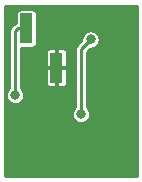
<source format=gbr>
G04 #@! TF.GenerationSoftware,KiCad,Pcbnew,(5.1.5)-3*
G04 #@! TF.CreationDate,2020-05-19T12:50:20+09:00*
G04 #@! TF.ProjectId,FMU_Power,464d555f-506f-4776-9572-2e6b69636164,rev?*
G04 #@! TF.SameCoordinates,Original*
G04 #@! TF.FileFunction,Copper,L2,Bot*
G04 #@! TF.FilePolarity,Positive*
%FSLAX46Y46*%
G04 Gerber Fmt 4.6, Leading zero omitted, Abs format (unit mm)*
G04 Created by KiCad (PCBNEW (5.1.5)-3) date 2020-05-19 12:50:20*
%MOMM*%
%LPD*%
G04 APERTURE LIST*
%ADD10R,1.000000X2.510000*%
%ADD11C,0.800000*%
%ADD12C,0.250000*%
G04 APERTURE END LIST*
D10*
X115555000Y-25470000D03*
X118095000Y-28780000D03*
D11*
X122365000Y-30635000D03*
X117385000Y-25005000D03*
X116175000Y-29055000D03*
X120985000Y-26395000D03*
X120155000Y-32735000D03*
X114605000Y-31125000D03*
D12*
X120985000Y-26395000D02*
X120155000Y-27225000D01*
X120155000Y-27225000D02*
X120155000Y-32735000D01*
X114805000Y-25470000D02*
X115555000Y-25470000D01*
X114605000Y-25670000D02*
X114805000Y-25470000D01*
X114605000Y-31125000D02*
X114605000Y-25670000D01*
G36*
X124925000Y-37975000D02*
G01*
X113725000Y-37975000D01*
X113725000Y-32658669D01*
X119380000Y-32658669D01*
X119380000Y-32811331D01*
X119409783Y-32961059D01*
X119468204Y-33102100D01*
X119553018Y-33229034D01*
X119660966Y-33336982D01*
X119787900Y-33421796D01*
X119928941Y-33480217D01*
X120078669Y-33510000D01*
X120231331Y-33510000D01*
X120381059Y-33480217D01*
X120522100Y-33421796D01*
X120649034Y-33336982D01*
X120756982Y-33229034D01*
X120841796Y-33102100D01*
X120900217Y-32961059D01*
X120930000Y-32811331D01*
X120930000Y-32658669D01*
X120900217Y-32508941D01*
X120841796Y-32367900D01*
X120756982Y-32240966D01*
X120655000Y-32138984D01*
X120655000Y-27432105D01*
X120917106Y-27170000D01*
X121061331Y-27170000D01*
X121211059Y-27140217D01*
X121352100Y-27081796D01*
X121479034Y-26996982D01*
X121586982Y-26889034D01*
X121671796Y-26762100D01*
X121730217Y-26621059D01*
X121760000Y-26471331D01*
X121760000Y-26318669D01*
X121730217Y-26168941D01*
X121671796Y-26027900D01*
X121586982Y-25900966D01*
X121479034Y-25793018D01*
X121352100Y-25708204D01*
X121211059Y-25649783D01*
X121061331Y-25620000D01*
X120908669Y-25620000D01*
X120758941Y-25649783D01*
X120617900Y-25708204D01*
X120490966Y-25793018D01*
X120383018Y-25900966D01*
X120298204Y-26027900D01*
X120239783Y-26168941D01*
X120210000Y-26318669D01*
X120210000Y-26462894D01*
X119818824Y-26854071D01*
X119799736Y-26869736D01*
X119737254Y-26945871D01*
X119690825Y-27032734D01*
X119672066Y-27094574D01*
X119662235Y-27126983D01*
X119652581Y-27225000D01*
X119655000Y-27249560D01*
X119655001Y-32138983D01*
X119553018Y-32240966D01*
X119468204Y-32367900D01*
X119409783Y-32508941D01*
X119380000Y-32658669D01*
X113725000Y-32658669D01*
X113725000Y-31048669D01*
X113830000Y-31048669D01*
X113830000Y-31201331D01*
X113859783Y-31351059D01*
X113918204Y-31492100D01*
X114003018Y-31619034D01*
X114110966Y-31726982D01*
X114237900Y-31811796D01*
X114378941Y-31870217D01*
X114528669Y-31900000D01*
X114681331Y-31900000D01*
X114831059Y-31870217D01*
X114972100Y-31811796D01*
X115099034Y-31726982D01*
X115206982Y-31619034D01*
X115291796Y-31492100D01*
X115350217Y-31351059D01*
X115380000Y-31201331D01*
X115380000Y-31048669D01*
X115350217Y-30898941D01*
X115291796Y-30757900D01*
X115206982Y-30630966D01*
X115105000Y-30528984D01*
X115105000Y-30035000D01*
X117167944Y-30035000D01*
X117176150Y-30118314D01*
X117200452Y-30198427D01*
X117239916Y-30272260D01*
X117293026Y-30336974D01*
X117357740Y-30390084D01*
X117431573Y-30429548D01*
X117511686Y-30453850D01*
X117595000Y-30462056D01*
X117963750Y-30460000D01*
X118070000Y-30353750D01*
X118070000Y-28805000D01*
X118120000Y-28805000D01*
X118120000Y-30353750D01*
X118226250Y-30460000D01*
X118595000Y-30462056D01*
X118678314Y-30453850D01*
X118758427Y-30429548D01*
X118832260Y-30390084D01*
X118896974Y-30336974D01*
X118950084Y-30272260D01*
X118989548Y-30198427D01*
X119013850Y-30118314D01*
X119022056Y-30035000D01*
X119020000Y-28911250D01*
X118913750Y-28805000D01*
X118120000Y-28805000D01*
X118070000Y-28805000D01*
X117276250Y-28805000D01*
X117170000Y-28911250D01*
X117167944Y-30035000D01*
X115105000Y-30035000D01*
X115105000Y-27525000D01*
X117167944Y-27525000D01*
X117170000Y-28648750D01*
X117276250Y-28755000D01*
X118070000Y-28755000D01*
X118070000Y-27206250D01*
X118120000Y-27206250D01*
X118120000Y-28755000D01*
X118913750Y-28755000D01*
X119020000Y-28648750D01*
X119022056Y-27525000D01*
X119013850Y-27441686D01*
X118989548Y-27361573D01*
X118950084Y-27287740D01*
X118896974Y-27223026D01*
X118832260Y-27169916D01*
X118758427Y-27130452D01*
X118678314Y-27106150D01*
X118595000Y-27097944D01*
X118226250Y-27100000D01*
X118120000Y-27206250D01*
X118070000Y-27206250D01*
X117963750Y-27100000D01*
X117595000Y-27097944D01*
X117511686Y-27106150D01*
X117431573Y-27130452D01*
X117357740Y-27169916D01*
X117293026Y-27223026D01*
X117239916Y-27287740D01*
X117200452Y-27361573D01*
X117176150Y-27441686D01*
X117167944Y-27525000D01*
X115105000Y-27525000D01*
X115105000Y-27101814D01*
X116055000Y-27101814D01*
X116128513Y-27094574D01*
X116199200Y-27073131D01*
X116264347Y-27038309D01*
X116321448Y-26991448D01*
X116368309Y-26934347D01*
X116403131Y-26869200D01*
X116424574Y-26798513D01*
X116431814Y-26725000D01*
X116431814Y-24215000D01*
X116424574Y-24141487D01*
X116403131Y-24070800D01*
X116368309Y-24005653D01*
X116321448Y-23948552D01*
X116264347Y-23901691D01*
X116199200Y-23866869D01*
X116128513Y-23845426D01*
X116055000Y-23838186D01*
X115055000Y-23838186D01*
X114981487Y-23845426D01*
X114910800Y-23866869D01*
X114845653Y-23901691D01*
X114788552Y-23948552D01*
X114741691Y-24005653D01*
X114706869Y-24070800D01*
X114685426Y-24141487D01*
X114678186Y-24215000D01*
X114678186Y-24985970D01*
X114612733Y-25005825D01*
X114525871Y-25052254D01*
X114449736Y-25114736D01*
X114434075Y-25133819D01*
X114268819Y-25299076D01*
X114249737Y-25314736D01*
X114187255Y-25390871D01*
X114144959Y-25470000D01*
X114140826Y-25477733D01*
X114112235Y-25571983D01*
X114102581Y-25670000D01*
X114105001Y-25694570D01*
X114105000Y-30528984D01*
X114003018Y-30630966D01*
X113918204Y-30757900D01*
X113859783Y-30898941D01*
X113830000Y-31048669D01*
X113725000Y-31048669D01*
X113725000Y-23525000D01*
X124925001Y-23525000D01*
X124925000Y-37975000D01*
G37*
X124925000Y-37975000D02*
X113725000Y-37975000D01*
X113725000Y-32658669D01*
X119380000Y-32658669D01*
X119380000Y-32811331D01*
X119409783Y-32961059D01*
X119468204Y-33102100D01*
X119553018Y-33229034D01*
X119660966Y-33336982D01*
X119787900Y-33421796D01*
X119928941Y-33480217D01*
X120078669Y-33510000D01*
X120231331Y-33510000D01*
X120381059Y-33480217D01*
X120522100Y-33421796D01*
X120649034Y-33336982D01*
X120756982Y-33229034D01*
X120841796Y-33102100D01*
X120900217Y-32961059D01*
X120930000Y-32811331D01*
X120930000Y-32658669D01*
X120900217Y-32508941D01*
X120841796Y-32367900D01*
X120756982Y-32240966D01*
X120655000Y-32138984D01*
X120655000Y-27432105D01*
X120917106Y-27170000D01*
X121061331Y-27170000D01*
X121211059Y-27140217D01*
X121352100Y-27081796D01*
X121479034Y-26996982D01*
X121586982Y-26889034D01*
X121671796Y-26762100D01*
X121730217Y-26621059D01*
X121760000Y-26471331D01*
X121760000Y-26318669D01*
X121730217Y-26168941D01*
X121671796Y-26027900D01*
X121586982Y-25900966D01*
X121479034Y-25793018D01*
X121352100Y-25708204D01*
X121211059Y-25649783D01*
X121061331Y-25620000D01*
X120908669Y-25620000D01*
X120758941Y-25649783D01*
X120617900Y-25708204D01*
X120490966Y-25793018D01*
X120383018Y-25900966D01*
X120298204Y-26027900D01*
X120239783Y-26168941D01*
X120210000Y-26318669D01*
X120210000Y-26462894D01*
X119818824Y-26854071D01*
X119799736Y-26869736D01*
X119737254Y-26945871D01*
X119690825Y-27032734D01*
X119672066Y-27094574D01*
X119662235Y-27126983D01*
X119652581Y-27225000D01*
X119655000Y-27249560D01*
X119655001Y-32138983D01*
X119553018Y-32240966D01*
X119468204Y-32367900D01*
X119409783Y-32508941D01*
X119380000Y-32658669D01*
X113725000Y-32658669D01*
X113725000Y-31048669D01*
X113830000Y-31048669D01*
X113830000Y-31201331D01*
X113859783Y-31351059D01*
X113918204Y-31492100D01*
X114003018Y-31619034D01*
X114110966Y-31726982D01*
X114237900Y-31811796D01*
X114378941Y-31870217D01*
X114528669Y-31900000D01*
X114681331Y-31900000D01*
X114831059Y-31870217D01*
X114972100Y-31811796D01*
X115099034Y-31726982D01*
X115206982Y-31619034D01*
X115291796Y-31492100D01*
X115350217Y-31351059D01*
X115380000Y-31201331D01*
X115380000Y-31048669D01*
X115350217Y-30898941D01*
X115291796Y-30757900D01*
X115206982Y-30630966D01*
X115105000Y-30528984D01*
X115105000Y-30035000D01*
X117167944Y-30035000D01*
X117176150Y-30118314D01*
X117200452Y-30198427D01*
X117239916Y-30272260D01*
X117293026Y-30336974D01*
X117357740Y-30390084D01*
X117431573Y-30429548D01*
X117511686Y-30453850D01*
X117595000Y-30462056D01*
X117963750Y-30460000D01*
X118070000Y-30353750D01*
X118070000Y-28805000D01*
X118120000Y-28805000D01*
X118120000Y-30353750D01*
X118226250Y-30460000D01*
X118595000Y-30462056D01*
X118678314Y-30453850D01*
X118758427Y-30429548D01*
X118832260Y-30390084D01*
X118896974Y-30336974D01*
X118950084Y-30272260D01*
X118989548Y-30198427D01*
X119013850Y-30118314D01*
X119022056Y-30035000D01*
X119020000Y-28911250D01*
X118913750Y-28805000D01*
X118120000Y-28805000D01*
X118070000Y-28805000D01*
X117276250Y-28805000D01*
X117170000Y-28911250D01*
X117167944Y-30035000D01*
X115105000Y-30035000D01*
X115105000Y-27525000D01*
X117167944Y-27525000D01*
X117170000Y-28648750D01*
X117276250Y-28755000D01*
X118070000Y-28755000D01*
X118070000Y-27206250D01*
X118120000Y-27206250D01*
X118120000Y-28755000D01*
X118913750Y-28755000D01*
X119020000Y-28648750D01*
X119022056Y-27525000D01*
X119013850Y-27441686D01*
X118989548Y-27361573D01*
X118950084Y-27287740D01*
X118896974Y-27223026D01*
X118832260Y-27169916D01*
X118758427Y-27130452D01*
X118678314Y-27106150D01*
X118595000Y-27097944D01*
X118226250Y-27100000D01*
X118120000Y-27206250D01*
X118070000Y-27206250D01*
X117963750Y-27100000D01*
X117595000Y-27097944D01*
X117511686Y-27106150D01*
X117431573Y-27130452D01*
X117357740Y-27169916D01*
X117293026Y-27223026D01*
X117239916Y-27287740D01*
X117200452Y-27361573D01*
X117176150Y-27441686D01*
X117167944Y-27525000D01*
X115105000Y-27525000D01*
X115105000Y-27101814D01*
X116055000Y-27101814D01*
X116128513Y-27094574D01*
X116199200Y-27073131D01*
X116264347Y-27038309D01*
X116321448Y-26991448D01*
X116368309Y-26934347D01*
X116403131Y-26869200D01*
X116424574Y-26798513D01*
X116431814Y-26725000D01*
X116431814Y-24215000D01*
X116424574Y-24141487D01*
X116403131Y-24070800D01*
X116368309Y-24005653D01*
X116321448Y-23948552D01*
X116264347Y-23901691D01*
X116199200Y-23866869D01*
X116128513Y-23845426D01*
X116055000Y-23838186D01*
X115055000Y-23838186D01*
X114981487Y-23845426D01*
X114910800Y-23866869D01*
X114845653Y-23901691D01*
X114788552Y-23948552D01*
X114741691Y-24005653D01*
X114706869Y-24070800D01*
X114685426Y-24141487D01*
X114678186Y-24215000D01*
X114678186Y-24985970D01*
X114612733Y-25005825D01*
X114525871Y-25052254D01*
X114449736Y-25114736D01*
X114434075Y-25133819D01*
X114268819Y-25299076D01*
X114249737Y-25314736D01*
X114187255Y-25390871D01*
X114144959Y-25470000D01*
X114140826Y-25477733D01*
X114112235Y-25571983D01*
X114102581Y-25670000D01*
X114105001Y-25694570D01*
X114105000Y-30528984D01*
X114003018Y-30630966D01*
X113918204Y-30757900D01*
X113859783Y-30898941D01*
X113830000Y-31048669D01*
X113725000Y-31048669D01*
X113725000Y-23525000D01*
X124925001Y-23525000D01*
X124925000Y-37975000D01*
M02*

</source>
